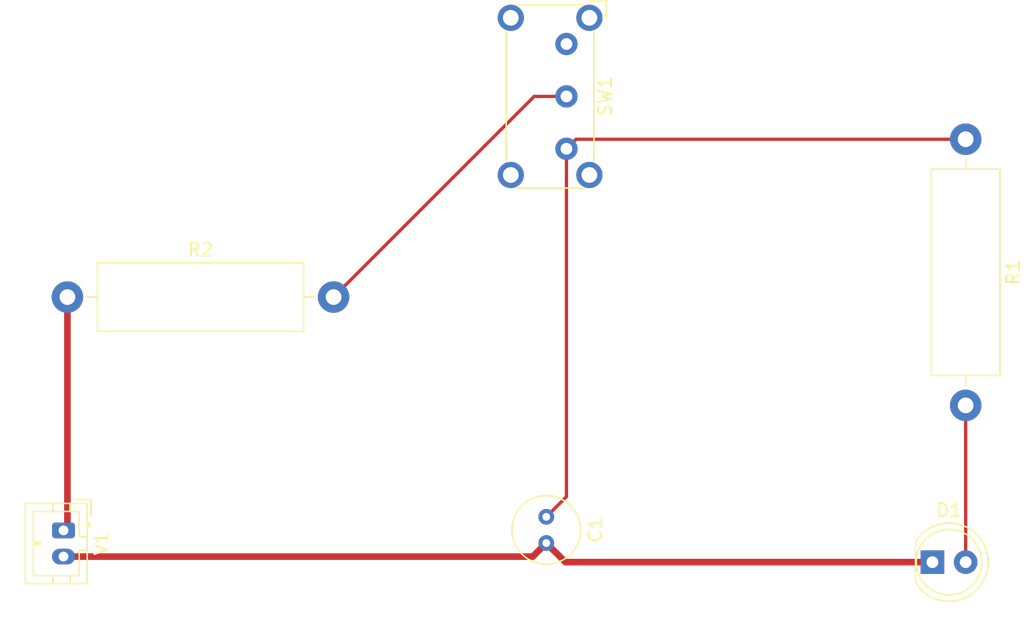
<source format=kicad_pcb>
(kicad_pcb (version 20211014) (generator pcbnew)
  (layers (0 "F.Cu" signal) (31 "B.Cu" signal) (34 "B.Paste" user) (35 "F.Paste" user) (36 "B.SilkS" user "B.Silkscreen") (37 "F.SilkS" user "F.Silkscreen") (38 "B.Mask" user) (39 "F.Mask" user) (44 "Edge.Cuts" user))
  (net 0 "")
  (net 1 "Net-(C1-Pad1)")
  (net 2 "Net-(C1-Pad2)")
  (net 3 "Net-(D1-Pad2)")
  (net 4 "Net-(R2-Pad1)")
  (net 5 "Net-(R2-Pad2)")
  (footprint "Resistor_THT:R_Axial_DIN0516_L15.5mm_D5.0mm_P20.32mm_Horizontal" (layer "F.Cu") (at 101.6 28.67 -90)
    (fp_text reference "R1" (at 10.16 -3.62 90) (layer "F.SilkS"))
    (fp_text value "20 kOhms")
    (fp_line (start 2.29 -2.62) (end 2.29 2.62) (layer "F.SilkS") (width 0.12))
    (fp_line (start 18.03 2.62) (end 18.03 -2.62) (layer "F.SilkS") (width 0.12))
    (fp_line (start 1.44 0) (end 2.29 0) (layer "F.SilkS") (width 0.12))
    (fp_line (start 2.29 2.62) (end 18.03 2.62) (layer "F.SilkS") (width 0.12))
    (fp_line (start 18.88 0) (end 18.03 0) (layer "F.SilkS") (width 0.12))
    (fp_line (start 18.03 -2.62) (end 2.29 -2.62) (layer "F.SilkS") (width 0.12))
    (pad "1" thru_hole circle (at 0 0 270) (size 2.4 2.4) (drill 1.2) (layers *.Cu *.Mask) (net 1 "Net-(C1-Pad1)"))
    (pad "2" thru_hole oval (at 20.32 0 270) (size 2.4 2.4) (drill 1.2) (layers *.Cu *.Mask) (net 3 "Net-(D1-Pad2)"))
  )
  (footprint "Button_Switch_THT:SW_E-Switch_EG1224_SPDT_Angled" (layer "F.Cu") (at 71.12 21.4 -90)
    (fp_text reference "SW1" (at 4 -2.95 90) (layer "F.SilkS"))
    (fp_text value "SW_SPDT")
    (fp_line (start -3 3.85) (end -3 -1.35) (layer "F.SilkS") (width 0.12))
    (fp_line (start 8.95 4.6) (end -0.95 4.6) (layer "F.SilkS") (width 0.12))
    (fp_line (start -3.3 -3.05) (end -2 -3.05) (layer "F.SilkS") (width 0.12))
    (fp_line (start -0.95 -2.1) (end 8.95 -2.1) (layer "F.SilkS") (width 0.12))
    (fp_line (start 11 -1.35) (end 11 3.85) (layer "F.SilkS") (width 0.12))
    (fp_line (start -3.3 -1.75) (end -3.3 -3.05) (layer "F.SilkS") (width 0.12))
    (pad "" thru_hole circle (at 10 4.25 270) (size 2 2) (drill 1.2) (layers *.Cu *.Mask))
    (pad "" thru_hole circle (at -2 -1.75 270) (size 2 2) (drill 1.2) (layers *.Cu *.Mask))
    (pad "" thru_hole circle (at -2 4.25 270) (size 2 2) (drill 1.2) (layers *.Cu *.Mask))
    (pad "" thru_hole circle (at 10 -1.75 270) (size 2 2) (drill 1.2) (layers *.Cu *.Mask))
    (pad "1" thru_hole circle (at 0 0 270) (size 1.7 1.7) (drill 0.9) (layers *.Cu *.Mask))
    (pad "2" thru_hole circle (at 4 0 270) (size 1.7 1.7) (drill 0.9) (layers *.Cu *.Mask) (net 5 "Net-(R2-Pad2)"))
    (pad "3" thru_hole circle (at 8 0 270) (size 1.7 1.7) (drill 0.9) (layers *.Cu *.Mask) (net 1 "Net-(C1-Pad1)"))
  )
  (footprint "LED_THT:LED_D5.0mm" (layer "F.Cu") (at 99.06 60.96)
    (fp_text reference "D1" (at 1.27 -3.96) (layer "F.SilkS"))
    (fp_text value "LED")
    (fp_line (start -1.29 -1.545) (end -1.29 1.545) (layer "F.SilkS") (width 0.12))
    (fp_arc (start -1.29 -1.54483) (mid 2.072002 -2.880433) (end 4.26 0.000462) (layer "F.SilkS") (width 0.12))
    (fp_arc (start 4.26 -0.000462) (mid 2.072002 2.880433) (end -1.29 1.54483) (layer "F.SilkS") (width 0.12))
    (fp_circle (center 1.27 0) (end 3.77 0) (layer "F.SilkS") (width 0.12) (fill none))
    (pad "1" thru_hole rect (at 0 0) (size 1.8 1.8) (drill 0.9) (layers *.Cu *.Mask) (net 2 "Net-(C1-Pad2)"))
    (pad "2" thru_hole circle (at 2.54 0) (size 1.8 1.8) (drill 0.9) (layers *.Cu *.Mask) (net 3 "Net-(D1-Pad2)"))
  )
  (footprint "Connector_JST:JST_PH_B2B-PH-K_1x02_P2.00mm_Vertical" (layer "F.Cu") (at 32.72 58.535 -90)
    (fp_text reference "V1" (at 1 -2.9 90) (layer "F.SilkS"))
    (fp_text value "9V")
    (fp_line (start -0.6 -2.01) (end -0.6 -1.81) (layer "F.SilkS") (width 0.12))
    (fp_line (start -1.11 -2.11) (end -2.36 -2.11) (layer "F.SilkS") (width 0.12))
    (fp_line (start 4.06 0.8) (end 3.45 0.8) (layer "F.SilkS") (width 0.12))
    (fp_line (start -0.3 -1.91) (end -0.6 -1.91) (layer "F.SilkS") (width 0.12))
    (fp_line (start 3.45 2.3) (end 3.45 -1.2) (layer "F.SilkS") (width 0.12))
    (fp_line (start 1.1 1.8) (end 1.1 2.3) (layer "F.SilkS") (width 0.12))
    (fp_line (start 0.5 -1.81) (end 0.5 -1.2) (layer "F.SilkS") (width 0.12))
    (fp_line (start 0.9 1.8) (end 1.1 1.8) (layer "F.SilkS") (width 0.12))
    (fp_line (start 4.06 2.91) (end 4.06 -1.81) (layer "F.SilkS") (width 0.12))
    (fp_line (start -0.3 -1.81) (end -0.3 -2.01) (layer "F.SilkS") (width 0.12))
    (fp_line (start 4.06 -0.5) (end 3.45 -0.5) (layer "F.SilkS") (width 0.12))
    (fp_line (start -2.06 0.8) (end -1.45 0.8) (layer "F.SilkS") (width 0.12))
    (fp_line (start 0.9 2.3) (end 0.9 1.8) (layer "F.SilkS") (width 0.12))
    (fp_line (start -2.06 2.91) (end 4.06 2.91) (layer "F.SilkS") (width 0.12))
    (fp_line (start 4.06 -1.81) (end -2.06 -1.81) (layer "F.SilkS") (width 0.12))
    (fp_line (start 3.45 -1.2) (end 1.5 -1.2) (layer "F.SilkS") (width 0.12))
    (fp_line (start 1.5 -1.2) (end 1.5 -1.81) (layer "F.SilkS") (width 0.12))
    (fp_line (start -1.45 -1.2) (end -1.45 2.3) (layer "F.SilkS") (width 0.12))
    (fp_line (start -2.36 -2.11) (end -2.36 -0.86) (layer "F.SilkS") (width 0.12))
    (fp_line (start -2.06 -1.81) (end -2.06 2.91) (layer "F.SilkS") (width 0.12))
    (fp_line (start 0.5 -1.2) (end -1.45 -1.2) (layer "F.SilkS") (width 0.12))
    (fp_line (start 1 2.3) (end 1 1.8) (layer "F.SilkS") (width 0.12))
    (fp_line (start -2.06 -0.5) (end -1.45 -0.5) (layer "F.SilkS") (width 0.12))
    (fp_line (start -0.3 -2.01) (end -0.6 -2.01) (layer "F.SilkS") (width 0.12))
    (fp_line (start -1.45 2.3) (end 3.45 2.3) (layer "F.SilkS") (width 0.12))
    (pad "1" thru_hole roundrect (at 0 0 270) (size 1.2 1.75) (drill 0.75) (layers *.Cu *.Mask) (roundrect_rratio 0.208333) (net 4 "Net-(R2-Pad1)"))
    (pad "2" thru_hole oval (at 2 0 270) (size 1.2 1.75) (drill 0.75) (layers *.Cu *.Mask) (net 2 "Net-(C1-Pad2)"))
  )
  (footprint "Capacitor_THT:C_Radial_D5.0mm_H5.0mm_P2.00mm" (layer "F.Cu") (at 69.58 57.5 -90)
    (fp_text reference "C1" (at 1 -3.75 90) (layer "F.SilkS"))
    (fp_text value "4.7 uF")
    (fp_circle (center 1 0) (end 3.62 0) (layer "F.SilkS") (width 0.12) (fill none))
    (pad "1" thru_hole circle (at 0 0 270) (size 1.2 1.2) (drill 0.6) (layers *.Cu *.Mask) (net 1 "Net-(C1-Pad1)"))
    (pad "2" thru_hole circle (at 2 0 270) (size 1.2 1.2) (drill 0.6) (layers *.Cu *.Mask) (net 2 "Net-(C1-Pad2)"))
  )
  (footprint "Resistor_THT:R_Axial_DIN0516_L15.5mm_D5.0mm_P20.32mm_Horizontal" (layer "F.Cu") (at 33.02 40.72)
    (fp_text reference "R2" (at 10.16 -3.62) (layer "F.SilkS"))
    (fp_text value "2.2 kOhms")
    (fp_line (start 18.88 0) (end 18.03 0) (layer "F.SilkS") (width 0.12))
    (fp_line (start 2.29 -2.62) (end 2.29 2.62) (layer "F.SilkS") (width 0.12))
    (fp_line (start 1.44 0) (end 2.29 0) (layer "F.SilkS") (width 0.12))
    (fp_line (start 2.29 2.62) (end 18.03 2.62) (layer "F.SilkS") (width 0.12))
    (fp_line (start 18.03 -2.62) (end 2.29 -2.62) (layer "F.SilkS") (width 0.12))
    (fp_line (start 18.03 2.62) (end 18.03 -2.62) (layer "F.SilkS") (width 0.12))
    (pad "1" thru_hole circle (at 0 0) (size 2.4 2.4) (drill 1.2) (layers *.Cu *.Mask) (net 4 "Net-(R2-Pad1)"))
    (pad "2" thru_hole oval (at 20.32 0) (size 2.4 2.4) (drill 1.2) (layers *.Cu *.Mask) (net 5 "Net-(R2-Pad2)"))
  )
  (segment (start 71.85 28.67) (end 71.12 29.4) (width 0.25) (layer "F.Cu") (net 1))
  (segment (start 71.12 29.4) (end 71.12 55.96) (width 0.25) (layer "F.Cu") (net 1))
  (segment (start 101.6 28.67) (end 71.85 28.67) (width 0.25) (layer "F.Cu") (net 1))
  (segment (start 71.12 55.96) (end 69.58 57.5) (width 0.25) (layer "F.Cu") (net 1))
  (segment (start 99.06 60.96) (end 71.04 60.96) (width 0.508) (layer "F.Cu") (net 2))
  (segment (start 32.72 60.535) (end 68.545 60.535) (width 0.508) (layer "F.Cu") (net 2))
  (segment (start 71.04 60.96) (end 69.58 59.5) (width 0.508) (layer "F.Cu") (net 2))
  (segment (start 68.545 60.535) (end 69.58 59.5) (width 0.508) (layer "F.Cu") (net 2))
  (segment (start 101.6 60.96) (end 101.6 48.26) (width 0.25) (layer "F.Cu") (net 3))
  (segment (start 33.02 40.72) (end 33.02 58.235) (width 0.508) (layer "F.Cu") (net 4))
  (segment (start 33.02 58.235) (end 32.72 58.535) (width 0.508) (layer "F.Cu") (net 4))
  (segment (start 68.66 25.4) (end 53.34 40.72) (width 0.25) (layer "F.Cu") (net 5))
  (segment (start 71.12 25.4) (end 68.66 25.4) (width 0.25) (layer "F.Cu") (net 5))
)
</source>
